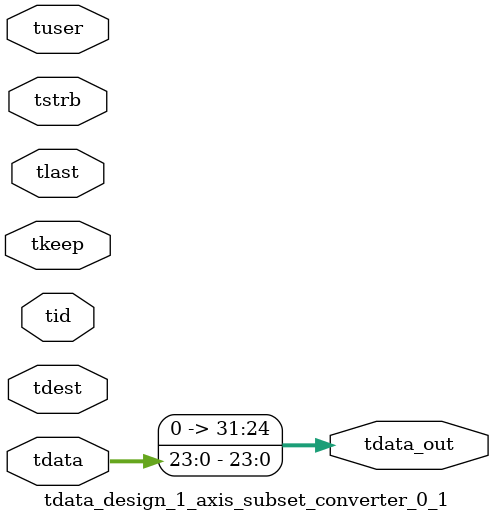
<source format=v>


`timescale 1ps/1ps

module tdata_design_1_axis_subset_converter_0_1 #
(
parameter C_S_AXIS_TDATA_WIDTH = 32,
parameter C_S_AXIS_TUSER_WIDTH = 0,
parameter C_S_AXIS_TID_WIDTH   = 0,
parameter C_S_AXIS_TDEST_WIDTH = 0,
parameter C_M_AXIS_TDATA_WIDTH = 32
)
(
input  [(C_S_AXIS_TDATA_WIDTH == 0 ? 1 : C_S_AXIS_TDATA_WIDTH)-1:0     ] tdata,
input  [(C_S_AXIS_TUSER_WIDTH == 0 ? 1 : C_S_AXIS_TUSER_WIDTH)-1:0     ] tuser,
input  [(C_S_AXIS_TID_WIDTH   == 0 ? 1 : C_S_AXIS_TID_WIDTH)-1:0       ] tid,
input  [(C_S_AXIS_TDEST_WIDTH == 0 ? 1 : C_S_AXIS_TDEST_WIDTH)-1:0     ] tdest,
input  [(C_S_AXIS_TDATA_WIDTH/8)-1:0 ] tkeep,
input  [(C_S_AXIS_TDATA_WIDTH/8)-1:0 ] tstrb,
input                                                                    tlast,
output [C_M_AXIS_TDATA_WIDTH-1:0] tdata_out
);

assign tdata_out = {8'b0,tdata[23:0]};

endmodule


</source>
